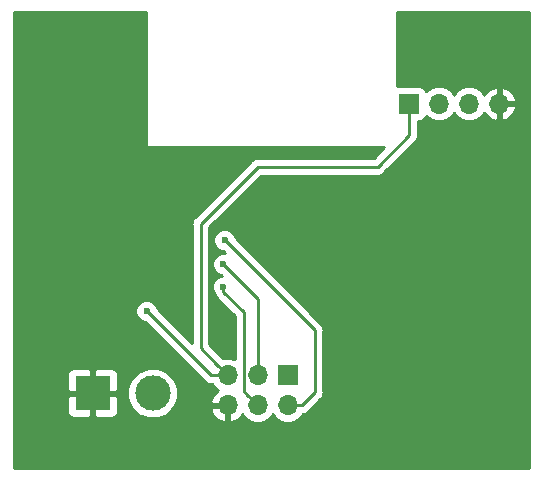
<source format=gbl>
G04 #@! TF.GenerationSoftware,KiCad,Pcbnew,5.0.2-bee76a0~70~ubuntu18.04.1*
G04 #@! TF.CreationDate,2019-03-06T08:29:53+01:00*
G04 #@! TF.ProjectId,8FilPilotes,3846696c-5069-46c6-9f74-65732e6b6963,rev?*
G04 #@! TF.SameCoordinates,Original*
G04 #@! TF.FileFunction,Copper,L2,Bot*
G04 #@! TF.FilePolarity,Positive*
%FSLAX46Y46*%
G04 Gerber Fmt 4.6, Leading zero omitted, Abs format (unit mm)*
G04 Created by KiCad (PCBNEW 5.0.2-bee76a0~70~ubuntu18.04.1) date mer. 06 mars 2019 08:29:53 CET*
%MOMM*%
%LPD*%
G01*
G04 APERTURE LIST*
G04 #@! TA.AperFunction,ComponentPad*
%ADD10R,1.700000X1.700000*%
G04 #@! TD*
G04 #@! TA.AperFunction,ComponentPad*
%ADD11O,1.700000X1.700000*%
G04 #@! TD*
G04 #@! TA.AperFunction,ComponentPad*
%ADD12R,3.000000X3.000000*%
G04 #@! TD*
G04 #@! TA.AperFunction,ComponentPad*
%ADD13C,3.000000*%
G04 #@! TD*
G04 #@! TA.AperFunction,ViaPad*
%ADD14C,0.600000*%
G04 #@! TD*
G04 #@! TA.AperFunction,Conductor*
%ADD15C,0.250000*%
G04 #@! TD*
G04 #@! TA.AperFunction,Conductor*
%ADD16C,0.254000*%
G04 #@! TD*
G04 APERTURE END LIST*
D10*
G04 #@! TO.P,J1,1*
G04 #@! TO.N,/3V3*
X174117000Y-83439000D03*
D11*
G04 #@! TO.P,J1,2*
G04 #@! TO.N,/TXD*
X176657000Y-83439000D03*
G04 #@! TO.P,J1,3*
G04 #@! TO.N,/RXD*
X179197000Y-83439000D03*
G04 #@! TO.P,J1,4*
G04 #@! TO.N,/GND*
X181737000Y-83439000D03*
G04 #@! TD*
D10*
G04 #@! TO.P,J2,1*
G04 #@! TO.N,/5V*
X163830000Y-106426000D03*
D11*
G04 #@! TO.P,J2,2*
G04 #@! TO.N,/SER*
X163830000Y-108966000D03*
G04 #@! TO.P,J2,3*
G04 #@! TO.N,/SRCLK*
X161290000Y-106426000D03*
G04 #@! TO.P,J2,4*
G04 #@! TO.N,/RCLK*
X161290000Y-108966000D03*
G04 #@! TO.P,J2,5*
G04 #@! TO.N,/3V3*
X158750000Y-106426000D03*
G04 #@! TO.P,J2,6*
G04 #@! TO.N,/GND*
X158750000Y-108966000D03*
G04 #@! TD*
D12*
G04 #@! TO.P,P1,1*
G04 #@! TO.N,/GND*
X147320000Y-107950000D03*
D13*
G04 #@! TO.P,P1,2*
G04 #@! TO.N,/5V*
X152400000Y-107950000D03*
G04 #@! TD*
D14*
G04 #@! TO.N,/SRCLK*
X158369000Y-97028000D03*
G04 #@! TO.N,/RCLK*
X158369000Y-98933000D03*
G04 #@! TO.N,/SER*
X158496000Y-94996000D03*
G04 #@! TO.N,/GND*
X150622000Y-97790000D03*
G04 #@! TO.N,/3V3*
X151892000Y-101000000D03*
G04 #@! TD*
D15*
G04 #@! TO.N,/SRCLK*
X161290000Y-99949000D02*
X161290000Y-106426000D01*
X158369000Y-97028000D02*
X161290000Y-99949000D01*
G04 #@! TO.N,/RCLK*
X158369000Y-99357264D02*
X160114999Y-101103263D01*
X160440001Y-108116001D02*
X161290000Y-108966000D01*
X160114999Y-107790999D02*
X160440001Y-108116001D01*
X160114999Y-101103263D02*
X160114999Y-107790999D01*
X158369000Y-98933000D02*
X158369000Y-99357264D01*
G04 #@! TO.N,/SER*
X165032081Y-108966000D02*
X166116000Y-107882081D01*
X163830000Y-108966000D02*
X165032081Y-108966000D01*
X166116000Y-107882081D02*
X166116000Y-102616000D01*
X166116000Y-102616000D02*
X158496000Y-94996000D01*
G04 #@! TO.N,/GND*
X147320000Y-101092000D02*
X147320000Y-107950000D01*
X150622000Y-97790000D02*
X147320000Y-101092000D01*
G04 #@! TO.N,/3V3*
X151927000Y-101000000D02*
X151892000Y-101000000D01*
X158750000Y-106426000D02*
X157353000Y-106426000D01*
X157353000Y-106426000D02*
X151927000Y-101000000D01*
X157900001Y-105576001D02*
X158750000Y-106426000D01*
X174117000Y-86106000D02*
X171450000Y-88773000D01*
X174117000Y-83439000D02*
X174117000Y-86106000D01*
X171450000Y-88773000D02*
X161290000Y-88773000D01*
X161290000Y-88773000D02*
X156464000Y-93599000D01*
X156464000Y-93599000D02*
X156464000Y-104140000D01*
X156464000Y-104140000D02*
X157900001Y-105576001D01*
G04 #@! TD*
D16*
G04 #@! TO.N,/GND*
G36*
X151873000Y-87000000D02*
X151882667Y-87048601D01*
X151910197Y-87089803D01*
X151951399Y-87117333D01*
X152000000Y-87127000D01*
X172021199Y-87127000D01*
X171135199Y-88013000D01*
X161364848Y-88013000D01*
X161290000Y-87998112D01*
X161215152Y-88013000D01*
X161215148Y-88013000D01*
X161041605Y-88047520D01*
X160993462Y-88057096D01*
X160806418Y-88182076D01*
X160742071Y-88225071D01*
X160699671Y-88288527D01*
X155979530Y-93008669D01*
X155916071Y-93051071D01*
X155748096Y-93302464D01*
X155704000Y-93524149D01*
X155704000Y-93524153D01*
X155689112Y-93599000D01*
X155704000Y-93673847D01*
X155704001Y-103702199D01*
X152827000Y-100825199D01*
X152827000Y-100814017D01*
X152684655Y-100470365D01*
X152421635Y-100207345D01*
X152077983Y-100065000D01*
X151706017Y-100065000D01*
X151362365Y-100207345D01*
X151099345Y-100470365D01*
X150957000Y-100814017D01*
X150957000Y-101185983D01*
X151099345Y-101529635D01*
X151362365Y-101792655D01*
X151706017Y-101935000D01*
X151787199Y-101935000D01*
X156762671Y-106910473D01*
X156805071Y-106973929D01*
X156868527Y-107016329D01*
X157056462Y-107141904D01*
X157104605Y-107151480D01*
X157278148Y-107186000D01*
X157278152Y-107186000D01*
X157353000Y-107200888D01*
X157427848Y-107186000D01*
X157471822Y-107186000D01*
X157679375Y-107496625D01*
X157979786Y-107697353D01*
X157554817Y-108084642D01*
X157308514Y-108609108D01*
X157429181Y-108839000D01*
X158623000Y-108839000D01*
X158623000Y-108819000D01*
X158877000Y-108819000D01*
X158877000Y-108839000D01*
X158897000Y-108839000D01*
X158897000Y-109093000D01*
X158877000Y-109093000D01*
X158877000Y-110286155D01*
X159106890Y-110407476D01*
X159516924Y-110237645D01*
X159945183Y-109847358D01*
X160006157Y-109717522D01*
X160219375Y-110036625D01*
X160710582Y-110364839D01*
X161143744Y-110451000D01*
X161436256Y-110451000D01*
X161869418Y-110364839D01*
X162360625Y-110036625D01*
X162560000Y-109738239D01*
X162759375Y-110036625D01*
X163250582Y-110364839D01*
X163683744Y-110451000D01*
X163976256Y-110451000D01*
X164409418Y-110364839D01*
X164900625Y-110036625D01*
X165108369Y-109725714D01*
X165328618Y-109681904D01*
X165580010Y-109513929D01*
X165622412Y-109450470D01*
X166600473Y-108472410D01*
X166663929Y-108430010D01*
X166831904Y-108178618D01*
X166876000Y-107956933D01*
X166876000Y-107956928D01*
X166890888Y-107882081D01*
X166876000Y-107807234D01*
X166876000Y-102690846D01*
X166890888Y-102615999D01*
X166876000Y-102541152D01*
X166876000Y-102541148D01*
X166831904Y-102319463D01*
X166790102Y-102256902D01*
X166706329Y-102131526D01*
X166706327Y-102131524D01*
X166663929Y-102068071D01*
X166600476Y-102025673D01*
X159431000Y-94856199D01*
X159431000Y-94810017D01*
X159288655Y-94466365D01*
X159025635Y-94203345D01*
X158681983Y-94061000D01*
X158310017Y-94061000D01*
X157966365Y-94203345D01*
X157703345Y-94466365D01*
X157561000Y-94810017D01*
X157561000Y-95181983D01*
X157703345Y-95525635D01*
X157966365Y-95788655D01*
X158310017Y-95931000D01*
X158356199Y-95931000D01*
X158518199Y-96093000D01*
X158183017Y-96093000D01*
X157839365Y-96235345D01*
X157576345Y-96498365D01*
X157434000Y-96842017D01*
X157434000Y-97213983D01*
X157576345Y-97557635D01*
X157839365Y-97820655D01*
X158183017Y-97963000D01*
X158229199Y-97963000D01*
X158264199Y-97998000D01*
X158183017Y-97998000D01*
X157839365Y-98140345D01*
X157576345Y-98403365D01*
X157434000Y-98747017D01*
X157434000Y-99118983D01*
X157576345Y-99462635D01*
X157624686Y-99510976D01*
X157653096Y-99653801D01*
X157821072Y-99905193D01*
X157884528Y-99947593D01*
X159354999Y-101418066D01*
X159355000Y-105044254D01*
X159329418Y-105027161D01*
X158896256Y-104941000D01*
X158603744Y-104941000D01*
X158383593Y-104984791D01*
X157224000Y-103825199D01*
X157224000Y-93913801D01*
X161604802Y-89533000D01*
X171375153Y-89533000D01*
X171450000Y-89547888D01*
X171524847Y-89533000D01*
X171524852Y-89533000D01*
X171746537Y-89488904D01*
X171997929Y-89320929D01*
X172040331Y-89257470D01*
X174601473Y-86696329D01*
X174664929Y-86653929D01*
X174832904Y-86402537D01*
X174877000Y-86180852D01*
X174877000Y-86180848D01*
X174891888Y-86106000D01*
X174877000Y-86031152D01*
X174877000Y-84936440D01*
X174967000Y-84936440D01*
X175214765Y-84887157D01*
X175424809Y-84746809D01*
X175565157Y-84536765D01*
X175574184Y-84491381D01*
X175586375Y-84509625D01*
X176077582Y-84837839D01*
X176510744Y-84924000D01*
X176803256Y-84924000D01*
X177236418Y-84837839D01*
X177727625Y-84509625D01*
X177927000Y-84211239D01*
X178126375Y-84509625D01*
X178617582Y-84837839D01*
X179050744Y-84924000D01*
X179343256Y-84924000D01*
X179776418Y-84837839D01*
X180267625Y-84509625D01*
X180480843Y-84190522D01*
X180541817Y-84320358D01*
X180970076Y-84710645D01*
X181380110Y-84880476D01*
X181610000Y-84759155D01*
X181610000Y-83566000D01*
X181864000Y-83566000D01*
X181864000Y-84759155D01*
X182093890Y-84880476D01*
X182503924Y-84710645D01*
X182932183Y-84320358D01*
X183178486Y-83795892D01*
X183057819Y-83566000D01*
X181864000Y-83566000D01*
X181610000Y-83566000D01*
X181590000Y-83566000D01*
X181590000Y-83312000D01*
X181610000Y-83312000D01*
X181610000Y-82118845D01*
X181864000Y-82118845D01*
X181864000Y-83312000D01*
X183057819Y-83312000D01*
X183178486Y-83082108D01*
X182932183Y-82557642D01*
X182503924Y-82167355D01*
X182093890Y-81997524D01*
X181864000Y-82118845D01*
X181610000Y-82118845D01*
X181380110Y-81997524D01*
X180970076Y-82167355D01*
X180541817Y-82557642D01*
X180480843Y-82687478D01*
X180267625Y-82368375D01*
X179776418Y-82040161D01*
X179343256Y-81954000D01*
X179050744Y-81954000D01*
X178617582Y-82040161D01*
X178126375Y-82368375D01*
X177927000Y-82666761D01*
X177727625Y-82368375D01*
X177236418Y-82040161D01*
X176803256Y-81954000D01*
X176510744Y-81954000D01*
X176077582Y-82040161D01*
X175586375Y-82368375D01*
X175574184Y-82386619D01*
X175565157Y-82341235D01*
X175424809Y-82131191D01*
X175214765Y-81990843D01*
X174967000Y-81941560D01*
X173267000Y-81941560D01*
X173127000Y-81969407D01*
X173127000Y-75710000D01*
X184290000Y-75710000D01*
X184290001Y-109930070D01*
X184290000Y-109930075D01*
X184290001Y-114290000D01*
X140710000Y-114290000D01*
X140710000Y-108235750D01*
X145185000Y-108235750D01*
X145185000Y-109576310D01*
X145281673Y-109809699D01*
X145460302Y-109988327D01*
X145693691Y-110085000D01*
X147034250Y-110085000D01*
X147193000Y-109926250D01*
X147193000Y-108077000D01*
X147447000Y-108077000D01*
X147447000Y-109926250D01*
X147605750Y-110085000D01*
X148946309Y-110085000D01*
X149179698Y-109988327D01*
X149358327Y-109809699D01*
X149455000Y-109576310D01*
X149455000Y-108235750D01*
X149296250Y-108077000D01*
X147447000Y-108077000D01*
X147193000Y-108077000D01*
X145343750Y-108077000D01*
X145185000Y-108235750D01*
X140710000Y-108235750D01*
X140710000Y-106323690D01*
X145185000Y-106323690D01*
X145185000Y-107664250D01*
X145343750Y-107823000D01*
X147193000Y-107823000D01*
X147193000Y-105973750D01*
X147447000Y-105973750D01*
X147447000Y-107823000D01*
X149296250Y-107823000D01*
X149455000Y-107664250D01*
X149455000Y-107525322D01*
X150265000Y-107525322D01*
X150265000Y-108374678D01*
X150590034Y-109159380D01*
X151190620Y-109759966D01*
X151975322Y-110085000D01*
X152824678Y-110085000D01*
X153609380Y-109759966D01*
X154046454Y-109322892D01*
X157308514Y-109322892D01*
X157554817Y-109847358D01*
X157983076Y-110237645D01*
X158393110Y-110407476D01*
X158623000Y-110286155D01*
X158623000Y-109093000D01*
X157429181Y-109093000D01*
X157308514Y-109322892D01*
X154046454Y-109322892D01*
X154209966Y-109159380D01*
X154535000Y-108374678D01*
X154535000Y-107525322D01*
X154209966Y-106740620D01*
X153609380Y-106140034D01*
X152824678Y-105815000D01*
X151975322Y-105815000D01*
X151190620Y-106140034D01*
X150590034Y-106740620D01*
X150265000Y-107525322D01*
X149455000Y-107525322D01*
X149455000Y-106323690D01*
X149358327Y-106090301D01*
X149179698Y-105911673D01*
X148946309Y-105815000D01*
X147605750Y-105815000D01*
X147447000Y-105973750D01*
X147193000Y-105973750D01*
X147034250Y-105815000D01*
X145693691Y-105815000D01*
X145460302Y-105911673D01*
X145281673Y-106090301D01*
X145185000Y-106323690D01*
X140710000Y-106323690D01*
X140710000Y-75710000D01*
X151873000Y-75710000D01*
X151873000Y-87000000D01*
X151873000Y-87000000D01*
G37*
X151873000Y-87000000D02*
X151882667Y-87048601D01*
X151910197Y-87089803D01*
X151951399Y-87117333D01*
X152000000Y-87127000D01*
X172021199Y-87127000D01*
X171135199Y-88013000D01*
X161364848Y-88013000D01*
X161290000Y-87998112D01*
X161215152Y-88013000D01*
X161215148Y-88013000D01*
X161041605Y-88047520D01*
X160993462Y-88057096D01*
X160806418Y-88182076D01*
X160742071Y-88225071D01*
X160699671Y-88288527D01*
X155979530Y-93008669D01*
X155916071Y-93051071D01*
X155748096Y-93302464D01*
X155704000Y-93524149D01*
X155704000Y-93524153D01*
X155689112Y-93599000D01*
X155704000Y-93673847D01*
X155704001Y-103702199D01*
X152827000Y-100825199D01*
X152827000Y-100814017D01*
X152684655Y-100470365D01*
X152421635Y-100207345D01*
X152077983Y-100065000D01*
X151706017Y-100065000D01*
X151362365Y-100207345D01*
X151099345Y-100470365D01*
X150957000Y-100814017D01*
X150957000Y-101185983D01*
X151099345Y-101529635D01*
X151362365Y-101792655D01*
X151706017Y-101935000D01*
X151787199Y-101935000D01*
X156762671Y-106910473D01*
X156805071Y-106973929D01*
X156868527Y-107016329D01*
X157056462Y-107141904D01*
X157104605Y-107151480D01*
X157278148Y-107186000D01*
X157278152Y-107186000D01*
X157353000Y-107200888D01*
X157427848Y-107186000D01*
X157471822Y-107186000D01*
X157679375Y-107496625D01*
X157979786Y-107697353D01*
X157554817Y-108084642D01*
X157308514Y-108609108D01*
X157429181Y-108839000D01*
X158623000Y-108839000D01*
X158623000Y-108819000D01*
X158877000Y-108819000D01*
X158877000Y-108839000D01*
X158897000Y-108839000D01*
X158897000Y-109093000D01*
X158877000Y-109093000D01*
X158877000Y-110286155D01*
X159106890Y-110407476D01*
X159516924Y-110237645D01*
X159945183Y-109847358D01*
X160006157Y-109717522D01*
X160219375Y-110036625D01*
X160710582Y-110364839D01*
X161143744Y-110451000D01*
X161436256Y-110451000D01*
X161869418Y-110364839D01*
X162360625Y-110036625D01*
X162560000Y-109738239D01*
X162759375Y-110036625D01*
X163250582Y-110364839D01*
X163683744Y-110451000D01*
X163976256Y-110451000D01*
X164409418Y-110364839D01*
X164900625Y-110036625D01*
X165108369Y-109725714D01*
X165328618Y-109681904D01*
X165580010Y-109513929D01*
X165622412Y-109450470D01*
X166600473Y-108472410D01*
X166663929Y-108430010D01*
X166831904Y-108178618D01*
X166876000Y-107956933D01*
X166876000Y-107956928D01*
X166890888Y-107882081D01*
X166876000Y-107807234D01*
X166876000Y-102690846D01*
X166890888Y-102615999D01*
X166876000Y-102541152D01*
X166876000Y-102541148D01*
X166831904Y-102319463D01*
X166790102Y-102256902D01*
X166706329Y-102131526D01*
X166706327Y-102131524D01*
X166663929Y-102068071D01*
X166600476Y-102025673D01*
X159431000Y-94856199D01*
X159431000Y-94810017D01*
X159288655Y-94466365D01*
X159025635Y-94203345D01*
X158681983Y-94061000D01*
X158310017Y-94061000D01*
X157966365Y-94203345D01*
X157703345Y-94466365D01*
X157561000Y-94810017D01*
X157561000Y-95181983D01*
X157703345Y-95525635D01*
X157966365Y-95788655D01*
X158310017Y-95931000D01*
X158356199Y-95931000D01*
X158518199Y-96093000D01*
X158183017Y-96093000D01*
X157839365Y-96235345D01*
X157576345Y-96498365D01*
X157434000Y-96842017D01*
X157434000Y-97213983D01*
X157576345Y-97557635D01*
X157839365Y-97820655D01*
X158183017Y-97963000D01*
X158229199Y-97963000D01*
X158264199Y-97998000D01*
X158183017Y-97998000D01*
X157839365Y-98140345D01*
X157576345Y-98403365D01*
X157434000Y-98747017D01*
X157434000Y-99118983D01*
X157576345Y-99462635D01*
X157624686Y-99510976D01*
X157653096Y-99653801D01*
X157821072Y-99905193D01*
X157884528Y-99947593D01*
X159354999Y-101418066D01*
X159355000Y-105044254D01*
X159329418Y-105027161D01*
X158896256Y-104941000D01*
X158603744Y-104941000D01*
X158383593Y-104984791D01*
X157224000Y-103825199D01*
X157224000Y-93913801D01*
X161604802Y-89533000D01*
X171375153Y-89533000D01*
X171450000Y-89547888D01*
X171524847Y-89533000D01*
X171524852Y-89533000D01*
X171746537Y-89488904D01*
X171997929Y-89320929D01*
X172040331Y-89257470D01*
X174601473Y-86696329D01*
X174664929Y-86653929D01*
X174832904Y-86402537D01*
X174877000Y-86180852D01*
X174877000Y-86180848D01*
X174891888Y-86106000D01*
X174877000Y-86031152D01*
X174877000Y-84936440D01*
X174967000Y-84936440D01*
X175214765Y-84887157D01*
X175424809Y-84746809D01*
X175565157Y-84536765D01*
X175574184Y-84491381D01*
X175586375Y-84509625D01*
X176077582Y-84837839D01*
X176510744Y-84924000D01*
X176803256Y-84924000D01*
X177236418Y-84837839D01*
X177727625Y-84509625D01*
X177927000Y-84211239D01*
X178126375Y-84509625D01*
X178617582Y-84837839D01*
X179050744Y-84924000D01*
X179343256Y-84924000D01*
X179776418Y-84837839D01*
X180267625Y-84509625D01*
X180480843Y-84190522D01*
X180541817Y-84320358D01*
X180970076Y-84710645D01*
X181380110Y-84880476D01*
X181610000Y-84759155D01*
X181610000Y-83566000D01*
X181864000Y-83566000D01*
X181864000Y-84759155D01*
X182093890Y-84880476D01*
X182503924Y-84710645D01*
X182932183Y-84320358D01*
X183178486Y-83795892D01*
X183057819Y-83566000D01*
X181864000Y-83566000D01*
X181610000Y-83566000D01*
X181590000Y-83566000D01*
X181590000Y-83312000D01*
X181610000Y-83312000D01*
X181610000Y-82118845D01*
X181864000Y-82118845D01*
X181864000Y-83312000D01*
X183057819Y-83312000D01*
X183178486Y-83082108D01*
X182932183Y-82557642D01*
X182503924Y-82167355D01*
X182093890Y-81997524D01*
X181864000Y-82118845D01*
X181610000Y-82118845D01*
X181380110Y-81997524D01*
X180970076Y-82167355D01*
X180541817Y-82557642D01*
X180480843Y-82687478D01*
X180267625Y-82368375D01*
X179776418Y-82040161D01*
X179343256Y-81954000D01*
X179050744Y-81954000D01*
X178617582Y-82040161D01*
X178126375Y-82368375D01*
X177927000Y-82666761D01*
X177727625Y-82368375D01*
X177236418Y-82040161D01*
X176803256Y-81954000D01*
X176510744Y-81954000D01*
X176077582Y-82040161D01*
X175586375Y-82368375D01*
X175574184Y-82386619D01*
X175565157Y-82341235D01*
X175424809Y-82131191D01*
X175214765Y-81990843D01*
X174967000Y-81941560D01*
X173267000Y-81941560D01*
X173127000Y-81969407D01*
X173127000Y-75710000D01*
X184290000Y-75710000D01*
X184290001Y-109930070D01*
X184290000Y-109930075D01*
X184290001Y-114290000D01*
X140710000Y-114290000D01*
X140710000Y-108235750D01*
X145185000Y-108235750D01*
X145185000Y-109576310D01*
X145281673Y-109809699D01*
X145460302Y-109988327D01*
X145693691Y-110085000D01*
X147034250Y-110085000D01*
X147193000Y-109926250D01*
X147193000Y-108077000D01*
X147447000Y-108077000D01*
X147447000Y-109926250D01*
X147605750Y-110085000D01*
X148946309Y-110085000D01*
X149179698Y-109988327D01*
X149358327Y-109809699D01*
X149455000Y-109576310D01*
X149455000Y-108235750D01*
X149296250Y-108077000D01*
X147447000Y-108077000D01*
X147193000Y-108077000D01*
X145343750Y-108077000D01*
X145185000Y-108235750D01*
X140710000Y-108235750D01*
X140710000Y-106323690D01*
X145185000Y-106323690D01*
X145185000Y-107664250D01*
X145343750Y-107823000D01*
X147193000Y-107823000D01*
X147193000Y-105973750D01*
X147447000Y-105973750D01*
X147447000Y-107823000D01*
X149296250Y-107823000D01*
X149455000Y-107664250D01*
X149455000Y-107525322D01*
X150265000Y-107525322D01*
X150265000Y-108374678D01*
X150590034Y-109159380D01*
X151190620Y-109759966D01*
X151975322Y-110085000D01*
X152824678Y-110085000D01*
X153609380Y-109759966D01*
X154046454Y-109322892D01*
X157308514Y-109322892D01*
X157554817Y-109847358D01*
X157983076Y-110237645D01*
X158393110Y-110407476D01*
X158623000Y-110286155D01*
X158623000Y-109093000D01*
X157429181Y-109093000D01*
X157308514Y-109322892D01*
X154046454Y-109322892D01*
X154209966Y-109159380D01*
X154535000Y-108374678D01*
X154535000Y-107525322D01*
X154209966Y-106740620D01*
X153609380Y-106140034D01*
X152824678Y-105815000D01*
X151975322Y-105815000D01*
X151190620Y-106140034D01*
X150590034Y-106740620D01*
X150265000Y-107525322D01*
X149455000Y-107525322D01*
X149455000Y-106323690D01*
X149358327Y-106090301D01*
X149179698Y-105911673D01*
X148946309Y-105815000D01*
X147605750Y-105815000D01*
X147447000Y-105973750D01*
X147193000Y-105973750D01*
X147034250Y-105815000D01*
X145693691Y-105815000D01*
X145460302Y-105911673D01*
X145281673Y-106090301D01*
X145185000Y-106323690D01*
X140710000Y-106323690D01*
X140710000Y-75710000D01*
X151873000Y-75710000D01*
X151873000Y-87000000D01*
G04 #@! TD*
M02*

</source>
